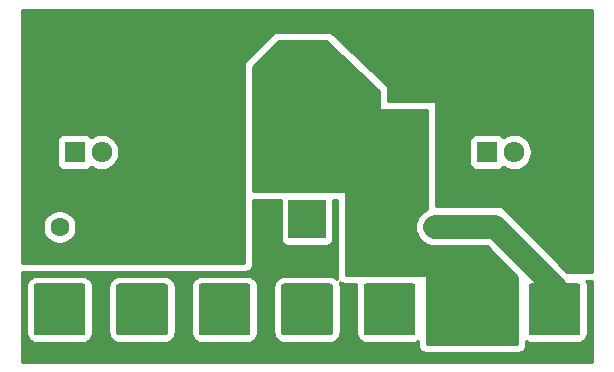
<source format=gbr>
%TF.GenerationSoftware,KiCad,Pcbnew,(5.1.6)-1*%
%TF.CreationDate,2020-08-02T10:54:23-04:00*%
%TF.ProjectId,Fogger_Power_CTRL,466f6767-6572-45f5-906f-7765725f4354,rev?*%
%TF.SameCoordinates,Original*%
%TF.FileFunction,Copper,L2,Bot*%
%TF.FilePolarity,Positive*%
%FSLAX46Y46*%
G04 Gerber Fmt 4.6, Leading zero omitted, Abs format (unit mm)*
G04 Created by KiCad (PCBNEW (5.1.6)-1) date 2020-08-02 10:54:23*
%MOMM*%
%LPD*%
G01*
G04 APERTURE LIST*
%TA.AperFunction,ComponentPad*%
%ADD10R,3.200000X3.200000*%
%TD*%
%TA.AperFunction,ComponentPad*%
%ADD11O,3.200000X3.200000*%
%TD*%
%TA.AperFunction,ComponentPad*%
%ADD12O,1.717500X1.800000*%
%TD*%
%TA.AperFunction,ComponentPad*%
%ADD13R,1.717500X1.800000*%
%TD*%
%TA.AperFunction,ComponentPad*%
%ADD14O,1.600000X1.600000*%
%TD*%
%TA.AperFunction,ComponentPad*%
%ADD15C,1.600000*%
%TD*%
%TA.AperFunction,Conductor*%
%ADD16C,2.000000*%
%TD*%
%TA.AperFunction,Conductor*%
%ADD17C,0.254000*%
%TD*%
%TA.AperFunction,NonConductor*%
%ADD18C,0.254000*%
%TD*%
G04 APERTURE END LIST*
D10*
%TO.P,D1,1*%
%TO.N,+BATT*%
X126365000Y-100330000D03*
D11*
%TO.P,D1,2*%
%TO.N,Net-(D1-Pad2)*%
X126365000Y-87630000D03*
%TD*%
%TO.P,J1,1*%
%TO.N,+BATT*%
%TA.AperFunction,ComponentPad*%
G36*
G01*
X124165000Y-109900001D02*
X124165000Y-105999999D01*
G75*
G02*
X124414999Y-105750000I249999J0D01*
G01*
X128315001Y-105750000D01*
G75*
G02*
X128565000Y-105999999I0J-249999D01*
G01*
X128565000Y-109900001D01*
G75*
G02*
X128315001Y-110150000I-249999J0D01*
G01*
X124414999Y-110150000D01*
G75*
G02*
X124165000Y-109900001I0J249999D01*
G01*
G37*
%TD.AperFunction*%
%TD*%
%TO.P,J2,1*%
%TO.N,GNDREF*%
%TA.AperFunction,ComponentPad*%
G36*
G01*
X133690000Y-89580001D02*
X133690000Y-85679999D01*
G75*
G02*
X133939999Y-85430000I249999J0D01*
G01*
X137840001Y-85430000D01*
G75*
G02*
X138090000Y-85679999I0J-249999D01*
G01*
X138090000Y-89580001D01*
G75*
G02*
X137840001Y-89830000I-249999J0D01*
G01*
X133939999Y-89830000D01*
G75*
G02*
X133690000Y-89580001I0J249999D01*
G01*
G37*
%TD.AperFunction*%
%TD*%
%TO.P,J3,1*%
%TO.N,GNDREF*%
%TA.AperFunction,ComponentPad*%
G36*
G01*
X114640000Y-89580001D02*
X114640000Y-85679999D01*
G75*
G02*
X114889999Y-85430000I249999J0D01*
G01*
X118790001Y-85430000D01*
G75*
G02*
X119040000Y-85679999I0J-249999D01*
G01*
X119040000Y-89580001D01*
G75*
G02*
X118790001Y-89830000I-249999J0D01*
G01*
X114889999Y-89830000D01*
G75*
G02*
X114640000Y-89580001I0J249999D01*
G01*
G37*
%TD.AperFunction*%
%TD*%
%TO.P,J4,1*%
%TO.N,Net-(J4-Pad1)*%
%TA.AperFunction,ComponentPad*%
G36*
G01*
X103210000Y-109900001D02*
X103210000Y-105999999D01*
G75*
G02*
X103459999Y-105750000I249999J0D01*
G01*
X107360001Y-105750000D01*
G75*
G02*
X107610000Y-105999999I0J-249999D01*
G01*
X107610000Y-109900001D01*
G75*
G02*
X107360001Y-110150000I-249999J0D01*
G01*
X103459999Y-110150000D01*
G75*
G02*
X103210000Y-109900001I0J249999D01*
G01*
G37*
%TD.AperFunction*%
%TD*%
%TO.P,J5,1*%
%TO.N,+BATT*%
%TA.AperFunction,ComponentPad*%
G36*
G01*
X117180000Y-109900001D02*
X117180000Y-105999999D01*
G75*
G02*
X117429999Y-105750000I249999J0D01*
G01*
X121330001Y-105750000D01*
G75*
G02*
X121580000Y-105999999I0J-249999D01*
G01*
X121580000Y-109900001D01*
G75*
G02*
X121330001Y-110150000I-249999J0D01*
G01*
X117429999Y-110150000D01*
G75*
G02*
X117180000Y-109900001I0J249999D01*
G01*
G37*
%TD.AperFunction*%
%TD*%
%TO.P,J6,1*%
%TO.N,Net-(J6-Pad1)*%
%TA.AperFunction,ComponentPad*%
G36*
G01*
X110195000Y-109900001D02*
X110195000Y-105999999D01*
G75*
G02*
X110444999Y-105750000I249999J0D01*
G01*
X114345001Y-105750000D01*
G75*
G02*
X114595000Y-105999999I0J-249999D01*
G01*
X114595000Y-109900001D01*
G75*
G02*
X114345001Y-110150000I-249999J0D01*
G01*
X110444999Y-110150000D01*
G75*
G02*
X110195000Y-109900001I0J249999D01*
G01*
G37*
%TD.AperFunction*%
%TD*%
%TO.P,J7,1*%
%TO.N,Net-(J7-Pad1)*%
%TA.AperFunction,ComponentPad*%
G36*
G01*
X145120000Y-109900001D02*
X145120000Y-105999999D01*
G75*
G02*
X145369999Y-105750000I249999J0D01*
G01*
X149270001Y-105750000D01*
G75*
G02*
X149520000Y-105999999I0J-249999D01*
G01*
X149520000Y-109900001D01*
G75*
G02*
X149270001Y-110150000I-249999J0D01*
G01*
X145369999Y-110150000D01*
G75*
G02*
X145120000Y-109900001I0J249999D01*
G01*
G37*
%TD.AperFunction*%
%TD*%
%TO.P,J8,1*%
%TO.N,+BATT*%
%TA.AperFunction,ComponentPad*%
G36*
G01*
X131150000Y-109900001D02*
X131150000Y-105999999D01*
G75*
G02*
X131399999Y-105750000I249999J0D01*
G01*
X135300001Y-105750000D01*
G75*
G02*
X135550000Y-105999999I0J-249999D01*
G01*
X135550000Y-109900001D01*
G75*
G02*
X135300001Y-110150000I-249999J0D01*
G01*
X131399999Y-110150000D01*
G75*
G02*
X131150000Y-109900001I0J249999D01*
G01*
G37*
%TD.AperFunction*%
%TD*%
%TO.P,J9,1*%
%TO.N,Net-(D1-Pad2)*%
%TA.AperFunction,ComponentPad*%
G36*
G01*
X138135000Y-109900001D02*
X138135000Y-105999999D01*
G75*
G02*
X138384999Y-105750000I249999J0D01*
G01*
X142285001Y-105750000D01*
G75*
G02*
X142535000Y-105999999I0J-249999D01*
G01*
X142535000Y-109900001D01*
G75*
G02*
X142285001Y-110150000I-249999J0D01*
G01*
X138384999Y-110150000D01*
G75*
G02*
X138135000Y-109900001I0J249999D01*
G01*
G37*
%TD.AperFunction*%
%TD*%
D12*
%TO.P,Q1,3*%
%TO.N,GNDREF*%
X111260000Y-94615000D03*
%TO.P,Q1,2*%
%TO.N,Net-(J6-Pad1)*%
X108970000Y-94615000D03*
D13*
%TO.P,Q1,1*%
%TO.N,Net-(J4-Pad1)*%
X106680000Y-94615000D03*
%TD*%
%TO.P,Q2,1*%
%TO.N,Net-(J7-Pad1)*%
X141605000Y-94615000D03*
D12*
%TO.P,Q2,2*%
%TO.N,Net-(D1-Pad2)*%
X143895000Y-94615000D03*
%TO.P,Q2,3*%
%TO.N,GNDREF*%
X146185000Y-94615000D03*
%TD*%
D14*
%TO.P,R1,2*%
%TO.N,GNDREF*%
X115570000Y-100965000D03*
D15*
%TO.P,R1,1*%
%TO.N,Net-(J4-Pad1)*%
X105410000Y-100965000D03*
%TD*%
%TO.P,R2,1*%
%TO.N,Net-(J7-Pad1)*%
X137160000Y-100965000D03*
D14*
%TO.P,R2,2*%
%TO.N,GNDREF*%
X147320000Y-100965000D03*
%TD*%
D16*
%TO.N,Net-(J7-Pad1)*%
X147320000Y-107950000D02*
X147320000Y-106045000D01*
X142240000Y-100965000D02*
X137160000Y-100965000D01*
X147320000Y-106045000D02*
X142240000Y-100965000D01*
%TD*%
D17*
%TO.N,Net-(D1-Pad2)*%
G36*
X132461000Y-89462743D02*
G01*
X132461000Y-90932000D01*
X132463440Y-90956776D01*
X132470667Y-90980601D01*
X132482403Y-91002557D01*
X132498197Y-91021803D01*
X132517443Y-91037597D01*
X132539399Y-91049333D01*
X132563224Y-91056560D01*
X132588000Y-91059000D01*
X136525000Y-91059000D01*
X136525000Y-99450507D01*
X136247248Y-99598969D01*
X135998286Y-99803286D01*
X135793969Y-100052248D01*
X135642148Y-100336285D01*
X135548657Y-100644484D01*
X135517089Y-100965000D01*
X135548657Y-101285516D01*
X135642148Y-101593715D01*
X135793969Y-101877752D01*
X135998286Y-102126714D01*
X136247248Y-102331031D01*
X136531285Y-102482852D01*
X136839484Y-102576343D01*
X137079678Y-102600000D01*
X141562762Y-102600000D01*
X144145000Y-105182239D01*
X144145000Y-110871000D01*
X136525000Y-110871000D01*
X136525000Y-105156000D01*
X136522560Y-105131224D01*
X136515333Y-105107399D01*
X136503597Y-105085443D01*
X136487803Y-105066197D01*
X136468557Y-105050403D01*
X136446601Y-105038667D01*
X136422776Y-105031440D01*
X136398000Y-105029000D01*
X129667000Y-105029000D01*
X129667000Y-98044000D01*
X129664560Y-98019224D01*
X129657333Y-97995399D01*
X129645597Y-97973443D01*
X129629803Y-97954197D01*
X129610557Y-97938403D01*
X129588601Y-97926667D01*
X129564776Y-97919440D01*
X129540000Y-97917000D01*
X121793000Y-97917000D01*
X121793000Y-87428606D01*
X124004606Y-85217000D01*
X127965507Y-85217000D01*
X132461000Y-89462743D01*
G37*
X132461000Y-89462743D02*
X132461000Y-90932000D01*
X132463440Y-90956776D01*
X132470667Y-90980601D01*
X132482403Y-91002557D01*
X132498197Y-91021803D01*
X132517443Y-91037597D01*
X132539399Y-91049333D01*
X132563224Y-91056560D01*
X132588000Y-91059000D01*
X136525000Y-91059000D01*
X136525000Y-99450507D01*
X136247248Y-99598969D01*
X135998286Y-99803286D01*
X135793969Y-100052248D01*
X135642148Y-100336285D01*
X135548657Y-100644484D01*
X135517089Y-100965000D01*
X135548657Y-101285516D01*
X135642148Y-101593715D01*
X135793969Y-101877752D01*
X135998286Y-102126714D01*
X136247248Y-102331031D01*
X136531285Y-102482852D01*
X136839484Y-102576343D01*
X137079678Y-102600000D01*
X141562762Y-102600000D01*
X144145000Y-105182239D01*
X144145000Y-110871000D01*
X136525000Y-110871000D01*
X136525000Y-105156000D01*
X136522560Y-105131224D01*
X136515333Y-105107399D01*
X136503597Y-105085443D01*
X136487803Y-105066197D01*
X136468557Y-105050403D01*
X136446601Y-105038667D01*
X136422776Y-105031440D01*
X136398000Y-105029000D01*
X129667000Y-105029000D01*
X129667000Y-98044000D01*
X129664560Y-98019224D01*
X129657333Y-97995399D01*
X129645597Y-97973443D01*
X129629803Y-97954197D01*
X129610557Y-97938403D01*
X129588601Y-97926667D01*
X129564776Y-97919440D01*
X129540000Y-97917000D01*
X121793000Y-97917000D01*
X121793000Y-87428606D01*
X124004606Y-85217000D01*
X127965507Y-85217000D01*
X132461000Y-89462743D01*
%TO.N,GNDREF*%
G36*
X150470001Y-104775000D02*
G01*
X148388606Y-104775000D01*
X142837803Y-99224197D01*
X142818557Y-99208403D01*
X142796601Y-99196667D01*
X142772776Y-99189440D01*
X142748000Y-99187000D01*
X137287000Y-99187000D01*
X137287000Y-93715000D01*
X140108178Y-93715000D01*
X140108178Y-95515000D01*
X140120438Y-95639482D01*
X140156748Y-95759180D01*
X140215713Y-95869494D01*
X140295065Y-95966185D01*
X140391756Y-96045537D01*
X140502070Y-96104502D01*
X140621768Y-96140812D01*
X140746250Y-96153072D01*
X142463750Y-96153072D01*
X142588232Y-96140812D01*
X142707930Y-96104502D01*
X142818244Y-96045537D01*
X142914935Y-95966185D01*
X142994287Y-95869494D01*
X143001741Y-95855550D01*
X143061103Y-95904267D01*
X143320602Y-96042972D01*
X143602175Y-96128386D01*
X143895000Y-96157227D01*
X144187826Y-96128386D01*
X144469399Y-96042972D01*
X144728898Y-95904267D01*
X144956351Y-95717601D01*
X145143017Y-95490147D01*
X145281722Y-95230648D01*
X145367136Y-94949075D01*
X145388750Y-94729626D01*
X145388750Y-94500373D01*
X145367136Y-94280924D01*
X145281722Y-93999351D01*
X145143017Y-93739852D01*
X144956351Y-93512399D01*
X144728897Y-93325733D01*
X144469398Y-93187028D01*
X144187825Y-93101614D01*
X143895000Y-93072773D01*
X143602174Y-93101614D01*
X143320601Y-93187028D01*
X143061102Y-93325733D01*
X143001740Y-93374450D01*
X142994287Y-93360506D01*
X142914935Y-93263815D01*
X142818244Y-93184463D01*
X142707930Y-93125498D01*
X142588232Y-93089188D01*
X142463750Y-93076928D01*
X140746250Y-93076928D01*
X140621768Y-93089188D01*
X140502070Y-93125498D01*
X140391756Y-93184463D01*
X140295065Y-93263815D01*
X140215713Y-93360506D01*
X140156748Y-93470820D01*
X140120438Y-93590518D01*
X140108178Y-93715000D01*
X137287000Y-93715000D01*
X137287000Y-90424000D01*
X137284560Y-90399224D01*
X137277333Y-90375399D01*
X137265597Y-90353443D01*
X137249803Y-90334197D01*
X137230557Y-90318403D01*
X137208601Y-90306667D01*
X137184776Y-90299440D01*
X137160000Y-90297000D01*
X133223000Y-90297000D01*
X133223000Y-89154000D01*
X133220560Y-89129224D01*
X133213333Y-89105399D01*
X133201597Y-89083443D01*
X133183344Y-89061804D01*
X128357344Y-84489804D01*
X128337679Y-84474536D01*
X128315413Y-84463397D01*
X128291402Y-84456816D01*
X128270000Y-84455000D01*
X123698000Y-84455000D01*
X123673224Y-84457440D01*
X123649399Y-84464667D01*
X123627443Y-84476403D01*
X123608197Y-84492197D01*
X121068197Y-87032197D01*
X121052403Y-87051443D01*
X121040667Y-87073399D01*
X121033440Y-87097224D01*
X121031000Y-87122000D01*
X121031000Y-104013000D01*
X102260000Y-104013000D01*
X102260000Y-100823665D01*
X103975000Y-100823665D01*
X103975000Y-101106335D01*
X104030147Y-101383574D01*
X104138320Y-101644727D01*
X104295363Y-101879759D01*
X104495241Y-102079637D01*
X104730273Y-102236680D01*
X104991426Y-102344853D01*
X105268665Y-102400000D01*
X105551335Y-102400000D01*
X105828574Y-102344853D01*
X106089727Y-102236680D01*
X106324759Y-102079637D01*
X106524637Y-101879759D01*
X106681680Y-101644727D01*
X106789853Y-101383574D01*
X106845000Y-101106335D01*
X106845000Y-100823665D01*
X106789853Y-100546426D01*
X106681680Y-100285273D01*
X106524637Y-100050241D01*
X106324759Y-99850363D01*
X106089727Y-99693320D01*
X105828574Y-99585147D01*
X105551335Y-99530000D01*
X105268665Y-99530000D01*
X104991426Y-99585147D01*
X104730273Y-99693320D01*
X104495241Y-99850363D01*
X104295363Y-100050241D01*
X104138320Y-100285273D01*
X104030147Y-100546426D01*
X103975000Y-100823665D01*
X102260000Y-100823665D01*
X102260000Y-93715000D01*
X105183178Y-93715000D01*
X105183178Y-95515000D01*
X105195438Y-95639482D01*
X105231748Y-95759180D01*
X105290713Y-95869494D01*
X105370065Y-95966185D01*
X105466756Y-96045537D01*
X105577070Y-96104502D01*
X105696768Y-96140812D01*
X105821250Y-96153072D01*
X107538750Y-96153072D01*
X107663232Y-96140812D01*
X107782930Y-96104502D01*
X107893244Y-96045537D01*
X107989935Y-95966185D01*
X108069287Y-95869494D01*
X108076741Y-95855550D01*
X108136103Y-95904267D01*
X108395602Y-96042972D01*
X108677175Y-96128386D01*
X108970000Y-96157227D01*
X109262826Y-96128386D01*
X109544399Y-96042972D01*
X109803898Y-95904267D01*
X110031351Y-95717601D01*
X110218017Y-95490147D01*
X110356722Y-95230648D01*
X110442136Y-94949075D01*
X110463750Y-94729626D01*
X110463750Y-94500373D01*
X110442136Y-94280924D01*
X110356722Y-93999351D01*
X110218017Y-93739852D01*
X110031351Y-93512399D01*
X109803897Y-93325733D01*
X109544398Y-93187028D01*
X109262825Y-93101614D01*
X108970000Y-93072773D01*
X108677174Y-93101614D01*
X108395601Y-93187028D01*
X108136102Y-93325733D01*
X108076740Y-93374450D01*
X108069287Y-93360506D01*
X107989935Y-93263815D01*
X107893244Y-93184463D01*
X107782930Y-93125498D01*
X107663232Y-93089188D01*
X107538750Y-93076928D01*
X105821250Y-93076928D01*
X105696768Y-93089188D01*
X105577070Y-93125498D01*
X105466756Y-93184463D01*
X105370065Y-93263815D01*
X105290713Y-93360506D01*
X105231748Y-93470820D01*
X105195438Y-93590518D01*
X105183178Y-93715000D01*
X102260000Y-93715000D01*
X102260000Y-82575000D01*
X150470000Y-82575000D01*
X150470001Y-104775000D01*
G37*
X150470001Y-104775000D02*
X148388606Y-104775000D01*
X142837803Y-99224197D01*
X142818557Y-99208403D01*
X142796601Y-99196667D01*
X142772776Y-99189440D01*
X142748000Y-99187000D01*
X137287000Y-99187000D01*
X137287000Y-93715000D01*
X140108178Y-93715000D01*
X140108178Y-95515000D01*
X140120438Y-95639482D01*
X140156748Y-95759180D01*
X140215713Y-95869494D01*
X140295065Y-95966185D01*
X140391756Y-96045537D01*
X140502070Y-96104502D01*
X140621768Y-96140812D01*
X140746250Y-96153072D01*
X142463750Y-96153072D01*
X142588232Y-96140812D01*
X142707930Y-96104502D01*
X142818244Y-96045537D01*
X142914935Y-95966185D01*
X142994287Y-95869494D01*
X143001741Y-95855550D01*
X143061103Y-95904267D01*
X143320602Y-96042972D01*
X143602175Y-96128386D01*
X143895000Y-96157227D01*
X144187826Y-96128386D01*
X144469399Y-96042972D01*
X144728898Y-95904267D01*
X144956351Y-95717601D01*
X145143017Y-95490147D01*
X145281722Y-95230648D01*
X145367136Y-94949075D01*
X145388750Y-94729626D01*
X145388750Y-94500373D01*
X145367136Y-94280924D01*
X145281722Y-93999351D01*
X145143017Y-93739852D01*
X144956351Y-93512399D01*
X144728897Y-93325733D01*
X144469398Y-93187028D01*
X144187825Y-93101614D01*
X143895000Y-93072773D01*
X143602174Y-93101614D01*
X143320601Y-93187028D01*
X143061102Y-93325733D01*
X143001740Y-93374450D01*
X142994287Y-93360506D01*
X142914935Y-93263815D01*
X142818244Y-93184463D01*
X142707930Y-93125498D01*
X142588232Y-93089188D01*
X142463750Y-93076928D01*
X140746250Y-93076928D01*
X140621768Y-93089188D01*
X140502070Y-93125498D01*
X140391756Y-93184463D01*
X140295065Y-93263815D01*
X140215713Y-93360506D01*
X140156748Y-93470820D01*
X140120438Y-93590518D01*
X140108178Y-93715000D01*
X137287000Y-93715000D01*
X137287000Y-90424000D01*
X137284560Y-90399224D01*
X137277333Y-90375399D01*
X137265597Y-90353443D01*
X137249803Y-90334197D01*
X137230557Y-90318403D01*
X137208601Y-90306667D01*
X137184776Y-90299440D01*
X137160000Y-90297000D01*
X133223000Y-90297000D01*
X133223000Y-89154000D01*
X133220560Y-89129224D01*
X133213333Y-89105399D01*
X133201597Y-89083443D01*
X133183344Y-89061804D01*
X128357344Y-84489804D01*
X128337679Y-84474536D01*
X128315413Y-84463397D01*
X128291402Y-84456816D01*
X128270000Y-84455000D01*
X123698000Y-84455000D01*
X123673224Y-84457440D01*
X123649399Y-84464667D01*
X123627443Y-84476403D01*
X123608197Y-84492197D01*
X121068197Y-87032197D01*
X121052403Y-87051443D01*
X121040667Y-87073399D01*
X121033440Y-87097224D01*
X121031000Y-87122000D01*
X121031000Y-104013000D01*
X102260000Y-104013000D01*
X102260000Y-100823665D01*
X103975000Y-100823665D01*
X103975000Y-101106335D01*
X104030147Y-101383574D01*
X104138320Y-101644727D01*
X104295363Y-101879759D01*
X104495241Y-102079637D01*
X104730273Y-102236680D01*
X104991426Y-102344853D01*
X105268665Y-102400000D01*
X105551335Y-102400000D01*
X105828574Y-102344853D01*
X106089727Y-102236680D01*
X106324759Y-102079637D01*
X106524637Y-101879759D01*
X106681680Y-101644727D01*
X106789853Y-101383574D01*
X106845000Y-101106335D01*
X106845000Y-100823665D01*
X106789853Y-100546426D01*
X106681680Y-100285273D01*
X106524637Y-100050241D01*
X106324759Y-99850363D01*
X106089727Y-99693320D01*
X105828574Y-99585147D01*
X105551335Y-99530000D01*
X105268665Y-99530000D01*
X104991426Y-99585147D01*
X104730273Y-99693320D01*
X104495241Y-99850363D01*
X104295363Y-100050241D01*
X104138320Y-100285273D01*
X104030147Y-100546426D01*
X103975000Y-100823665D01*
X102260000Y-100823665D01*
X102260000Y-93715000D01*
X105183178Y-93715000D01*
X105183178Y-95515000D01*
X105195438Y-95639482D01*
X105231748Y-95759180D01*
X105290713Y-95869494D01*
X105370065Y-95966185D01*
X105466756Y-96045537D01*
X105577070Y-96104502D01*
X105696768Y-96140812D01*
X105821250Y-96153072D01*
X107538750Y-96153072D01*
X107663232Y-96140812D01*
X107782930Y-96104502D01*
X107893244Y-96045537D01*
X107989935Y-95966185D01*
X108069287Y-95869494D01*
X108076741Y-95855550D01*
X108136103Y-95904267D01*
X108395602Y-96042972D01*
X108677175Y-96128386D01*
X108970000Y-96157227D01*
X109262826Y-96128386D01*
X109544399Y-96042972D01*
X109803898Y-95904267D01*
X110031351Y-95717601D01*
X110218017Y-95490147D01*
X110356722Y-95230648D01*
X110442136Y-94949075D01*
X110463750Y-94729626D01*
X110463750Y-94500373D01*
X110442136Y-94280924D01*
X110356722Y-93999351D01*
X110218017Y-93739852D01*
X110031351Y-93512399D01*
X109803897Y-93325733D01*
X109544398Y-93187028D01*
X109262825Y-93101614D01*
X108970000Y-93072773D01*
X108677174Y-93101614D01*
X108395601Y-93187028D01*
X108136102Y-93325733D01*
X108076740Y-93374450D01*
X108069287Y-93360506D01*
X107989935Y-93263815D01*
X107893244Y-93184463D01*
X107782930Y-93125498D01*
X107663232Y-93089188D01*
X107538750Y-93076928D01*
X105821250Y-93076928D01*
X105696768Y-93089188D01*
X105577070Y-93125498D01*
X105466756Y-93184463D01*
X105370065Y-93263815D01*
X105290713Y-93360506D01*
X105231748Y-93470820D01*
X105195438Y-93590518D01*
X105183178Y-93715000D01*
X102260000Y-93715000D01*
X102260000Y-82575000D01*
X150470000Y-82575000D01*
X150470001Y-104775000D01*
D18*
G36*
X124126928Y-98730000D02*
G01*
X124126928Y-101930000D01*
X124139188Y-102054482D01*
X124175498Y-102174180D01*
X124234463Y-102284494D01*
X124313815Y-102381185D01*
X124410506Y-102460537D01*
X124520820Y-102519502D01*
X124640518Y-102555812D01*
X124765000Y-102568072D01*
X127965000Y-102568072D01*
X128089482Y-102555812D01*
X128209180Y-102519502D01*
X128319494Y-102460537D01*
X128416185Y-102381185D01*
X128495537Y-102284494D01*
X128554502Y-102174180D01*
X128590812Y-102054482D01*
X128603072Y-101930000D01*
X128603072Y-98730000D01*
X128598049Y-98679000D01*
X128905000Y-98679000D01*
X128905000Y-105156000D01*
X128917201Y-105279882D01*
X128946442Y-105376279D01*
X128942962Y-105372038D01*
X128808387Y-105261595D01*
X128654851Y-105179528D01*
X128488255Y-105128992D01*
X128315001Y-105111928D01*
X124414999Y-105111928D01*
X124241745Y-105128992D01*
X124075149Y-105179528D01*
X123921613Y-105261595D01*
X123787038Y-105372038D01*
X123676595Y-105506613D01*
X123594528Y-105660149D01*
X123543992Y-105826745D01*
X123526928Y-105999999D01*
X123526928Y-109900001D01*
X123543992Y-110073255D01*
X123594528Y-110239851D01*
X123676595Y-110393387D01*
X123787038Y-110527962D01*
X123921613Y-110638405D01*
X124075149Y-110720472D01*
X124241745Y-110771008D01*
X124414999Y-110788072D01*
X128315001Y-110788072D01*
X128488255Y-110771008D01*
X128654851Y-110720472D01*
X128808387Y-110638405D01*
X128942962Y-110527962D01*
X129053405Y-110393387D01*
X129135472Y-110239851D01*
X129186008Y-110073255D01*
X129203072Y-109900001D01*
X129203072Y-105999999D01*
X129186008Y-105826745D01*
X129135472Y-105660149D01*
X129117734Y-105626963D01*
X129187213Y-105683983D01*
X129296996Y-105742664D01*
X129416118Y-105778799D01*
X129540000Y-105791000D01*
X130539835Y-105791000D01*
X130528992Y-105826745D01*
X130511928Y-105999999D01*
X130511928Y-109900001D01*
X130528992Y-110073255D01*
X130579528Y-110239851D01*
X130661595Y-110393387D01*
X130772038Y-110527962D01*
X130906613Y-110638405D01*
X131060149Y-110720472D01*
X131226745Y-110771008D01*
X131399999Y-110788072D01*
X135300001Y-110788072D01*
X135473255Y-110771008D01*
X135639851Y-110720472D01*
X135763000Y-110654647D01*
X135763000Y-110998000D01*
X135775201Y-111121882D01*
X135811336Y-111241004D01*
X135870017Y-111350787D01*
X135948987Y-111447013D01*
X136045213Y-111525983D01*
X136154996Y-111584664D01*
X136274118Y-111620799D01*
X136398000Y-111633000D01*
X144272000Y-111633000D01*
X144395882Y-111620799D01*
X144515004Y-111584664D01*
X144624787Y-111525983D01*
X144721013Y-111447013D01*
X144799983Y-111350787D01*
X144858664Y-111241004D01*
X144894799Y-111121882D01*
X144907000Y-110998000D01*
X144907000Y-110654647D01*
X145030149Y-110720472D01*
X145196745Y-110771008D01*
X145369999Y-110788072D01*
X149270001Y-110788072D01*
X149443255Y-110771008D01*
X149609851Y-110720472D01*
X149763387Y-110638405D01*
X149897962Y-110527962D01*
X150008405Y-110393387D01*
X150090472Y-110239851D01*
X150141008Y-110073255D01*
X150158072Y-109900001D01*
X150158072Y-105999999D01*
X150141008Y-105826745D01*
X150090472Y-105660149D01*
X150024647Y-105537000D01*
X150470001Y-105537000D01*
X150470001Y-112370000D01*
X102260000Y-112370000D01*
X102260000Y-105999999D01*
X102571928Y-105999999D01*
X102571928Y-109900001D01*
X102588992Y-110073255D01*
X102639528Y-110239851D01*
X102721595Y-110393387D01*
X102832038Y-110527962D01*
X102966613Y-110638405D01*
X103120149Y-110720472D01*
X103286745Y-110771008D01*
X103459999Y-110788072D01*
X107360001Y-110788072D01*
X107533255Y-110771008D01*
X107699851Y-110720472D01*
X107853387Y-110638405D01*
X107987962Y-110527962D01*
X108098405Y-110393387D01*
X108180472Y-110239851D01*
X108231008Y-110073255D01*
X108248072Y-109900001D01*
X108248072Y-105999999D01*
X109556928Y-105999999D01*
X109556928Y-109900001D01*
X109573992Y-110073255D01*
X109624528Y-110239851D01*
X109706595Y-110393387D01*
X109817038Y-110527962D01*
X109951613Y-110638405D01*
X110105149Y-110720472D01*
X110271745Y-110771008D01*
X110444999Y-110788072D01*
X114345001Y-110788072D01*
X114518255Y-110771008D01*
X114684851Y-110720472D01*
X114838387Y-110638405D01*
X114972962Y-110527962D01*
X115083405Y-110393387D01*
X115165472Y-110239851D01*
X115216008Y-110073255D01*
X115233072Y-109900001D01*
X115233072Y-105999999D01*
X116541928Y-105999999D01*
X116541928Y-109900001D01*
X116558992Y-110073255D01*
X116609528Y-110239851D01*
X116691595Y-110393387D01*
X116802038Y-110527962D01*
X116936613Y-110638405D01*
X117090149Y-110720472D01*
X117256745Y-110771008D01*
X117429999Y-110788072D01*
X121330001Y-110788072D01*
X121503255Y-110771008D01*
X121669851Y-110720472D01*
X121823387Y-110638405D01*
X121957962Y-110527962D01*
X122068405Y-110393387D01*
X122150472Y-110239851D01*
X122201008Y-110073255D01*
X122218072Y-109900001D01*
X122218072Y-105999999D01*
X122201008Y-105826745D01*
X122150472Y-105660149D01*
X122068405Y-105506613D01*
X121957962Y-105372038D01*
X121823387Y-105261595D01*
X121669851Y-105179528D01*
X121503255Y-105128992D01*
X121330001Y-105111928D01*
X117429999Y-105111928D01*
X117256745Y-105128992D01*
X117090149Y-105179528D01*
X116936613Y-105261595D01*
X116802038Y-105372038D01*
X116691595Y-105506613D01*
X116609528Y-105660149D01*
X116558992Y-105826745D01*
X116541928Y-105999999D01*
X115233072Y-105999999D01*
X115216008Y-105826745D01*
X115165472Y-105660149D01*
X115083405Y-105506613D01*
X114972962Y-105372038D01*
X114838387Y-105261595D01*
X114684851Y-105179528D01*
X114518255Y-105128992D01*
X114345001Y-105111928D01*
X110444999Y-105111928D01*
X110271745Y-105128992D01*
X110105149Y-105179528D01*
X109951613Y-105261595D01*
X109817038Y-105372038D01*
X109706595Y-105506613D01*
X109624528Y-105660149D01*
X109573992Y-105826745D01*
X109556928Y-105999999D01*
X108248072Y-105999999D01*
X108231008Y-105826745D01*
X108180472Y-105660149D01*
X108098405Y-105506613D01*
X107987962Y-105372038D01*
X107853387Y-105261595D01*
X107699851Y-105179528D01*
X107533255Y-105128992D01*
X107360001Y-105111928D01*
X103459999Y-105111928D01*
X103286745Y-105128992D01*
X103120149Y-105179528D01*
X102966613Y-105261595D01*
X102832038Y-105372038D01*
X102721595Y-105506613D01*
X102639528Y-105660149D01*
X102588992Y-105826745D01*
X102571928Y-105999999D01*
X102260000Y-105999999D01*
X102260000Y-104775000D01*
X121158000Y-104775000D01*
X121281882Y-104762799D01*
X121401004Y-104726664D01*
X121510787Y-104667983D01*
X121607013Y-104589013D01*
X121685983Y-104492787D01*
X121744664Y-104383004D01*
X121780799Y-104263882D01*
X121793000Y-104140000D01*
X121793000Y-98679000D01*
X124131951Y-98679000D01*
X124126928Y-98730000D01*
G37*
X124126928Y-98730000D02*
X124126928Y-101930000D01*
X124139188Y-102054482D01*
X124175498Y-102174180D01*
X124234463Y-102284494D01*
X124313815Y-102381185D01*
X124410506Y-102460537D01*
X124520820Y-102519502D01*
X124640518Y-102555812D01*
X124765000Y-102568072D01*
X127965000Y-102568072D01*
X128089482Y-102555812D01*
X128209180Y-102519502D01*
X128319494Y-102460537D01*
X128416185Y-102381185D01*
X128495537Y-102284494D01*
X128554502Y-102174180D01*
X128590812Y-102054482D01*
X128603072Y-101930000D01*
X128603072Y-98730000D01*
X128598049Y-98679000D01*
X128905000Y-98679000D01*
X128905000Y-105156000D01*
X128917201Y-105279882D01*
X128946442Y-105376279D01*
X128942962Y-105372038D01*
X128808387Y-105261595D01*
X128654851Y-105179528D01*
X128488255Y-105128992D01*
X128315001Y-105111928D01*
X124414999Y-105111928D01*
X124241745Y-105128992D01*
X124075149Y-105179528D01*
X123921613Y-105261595D01*
X123787038Y-105372038D01*
X123676595Y-105506613D01*
X123594528Y-105660149D01*
X123543992Y-105826745D01*
X123526928Y-105999999D01*
X123526928Y-109900001D01*
X123543992Y-110073255D01*
X123594528Y-110239851D01*
X123676595Y-110393387D01*
X123787038Y-110527962D01*
X123921613Y-110638405D01*
X124075149Y-110720472D01*
X124241745Y-110771008D01*
X124414999Y-110788072D01*
X128315001Y-110788072D01*
X128488255Y-110771008D01*
X128654851Y-110720472D01*
X128808387Y-110638405D01*
X128942962Y-110527962D01*
X129053405Y-110393387D01*
X129135472Y-110239851D01*
X129186008Y-110073255D01*
X129203072Y-109900001D01*
X129203072Y-105999999D01*
X129186008Y-105826745D01*
X129135472Y-105660149D01*
X129117734Y-105626963D01*
X129187213Y-105683983D01*
X129296996Y-105742664D01*
X129416118Y-105778799D01*
X129540000Y-105791000D01*
X130539835Y-105791000D01*
X130528992Y-105826745D01*
X130511928Y-105999999D01*
X130511928Y-109900001D01*
X130528992Y-110073255D01*
X130579528Y-110239851D01*
X130661595Y-110393387D01*
X130772038Y-110527962D01*
X130906613Y-110638405D01*
X131060149Y-110720472D01*
X131226745Y-110771008D01*
X131399999Y-110788072D01*
X135300001Y-110788072D01*
X135473255Y-110771008D01*
X135639851Y-110720472D01*
X135763000Y-110654647D01*
X135763000Y-110998000D01*
X135775201Y-111121882D01*
X135811336Y-111241004D01*
X135870017Y-111350787D01*
X135948987Y-111447013D01*
X136045213Y-111525983D01*
X136154996Y-111584664D01*
X136274118Y-111620799D01*
X136398000Y-111633000D01*
X144272000Y-111633000D01*
X144395882Y-111620799D01*
X144515004Y-111584664D01*
X144624787Y-111525983D01*
X144721013Y-111447013D01*
X144799983Y-111350787D01*
X144858664Y-111241004D01*
X144894799Y-111121882D01*
X144907000Y-110998000D01*
X144907000Y-110654647D01*
X145030149Y-110720472D01*
X145196745Y-110771008D01*
X145369999Y-110788072D01*
X149270001Y-110788072D01*
X149443255Y-110771008D01*
X149609851Y-110720472D01*
X149763387Y-110638405D01*
X149897962Y-110527962D01*
X150008405Y-110393387D01*
X150090472Y-110239851D01*
X150141008Y-110073255D01*
X150158072Y-109900001D01*
X150158072Y-105999999D01*
X150141008Y-105826745D01*
X150090472Y-105660149D01*
X150024647Y-105537000D01*
X150470001Y-105537000D01*
X150470001Y-112370000D01*
X102260000Y-112370000D01*
X102260000Y-105999999D01*
X102571928Y-105999999D01*
X102571928Y-109900001D01*
X102588992Y-110073255D01*
X102639528Y-110239851D01*
X102721595Y-110393387D01*
X102832038Y-110527962D01*
X102966613Y-110638405D01*
X103120149Y-110720472D01*
X103286745Y-110771008D01*
X103459999Y-110788072D01*
X107360001Y-110788072D01*
X107533255Y-110771008D01*
X107699851Y-110720472D01*
X107853387Y-110638405D01*
X107987962Y-110527962D01*
X108098405Y-110393387D01*
X108180472Y-110239851D01*
X108231008Y-110073255D01*
X108248072Y-109900001D01*
X108248072Y-105999999D01*
X109556928Y-105999999D01*
X109556928Y-109900001D01*
X109573992Y-110073255D01*
X109624528Y-110239851D01*
X109706595Y-110393387D01*
X109817038Y-110527962D01*
X109951613Y-110638405D01*
X110105149Y-110720472D01*
X110271745Y-110771008D01*
X110444999Y-110788072D01*
X114345001Y-110788072D01*
X114518255Y-110771008D01*
X114684851Y-110720472D01*
X114838387Y-110638405D01*
X114972962Y-110527962D01*
X115083405Y-110393387D01*
X115165472Y-110239851D01*
X115216008Y-110073255D01*
X115233072Y-109900001D01*
X115233072Y-105999999D01*
X116541928Y-105999999D01*
X116541928Y-109900001D01*
X116558992Y-110073255D01*
X116609528Y-110239851D01*
X116691595Y-110393387D01*
X116802038Y-110527962D01*
X116936613Y-110638405D01*
X117090149Y-110720472D01*
X117256745Y-110771008D01*
X117429999Y-110788072D01*
X121330001Y-110788072D01*
X121503255Y-110771008D01*
X121669851Y-110720472D01*
X121823387Y-110638405D01*
X121957962Y-110527962D01*
X122068405Y-110393387D01*
X122150472Y-110239851D01*
X122201008Y-110073255D01*
X122218072Y-109900001D01*
X122218072Y-105999999D01*
X122201008Y-105826745D01*
X122150472Y-105660149D01*
X122068405Y-105506613D01*
X121957962Y-105372038D01*
X121823387Y-105261595D01*
X121669851Y-105179528D01*
X121503255Y-105128992D01*
X121330001Y-105111928D01*
X117429999Y-105111928D01*
X117256745Y-105128992D01*
X117090149Y-105179528D01*
X116936613Y-105261595D01*
X116802038Y-105372038D01*
X116691595Y-105506613D01*
X116609528Y-105660149D01*
X116558992Y-105826745D01*
X116541928Y-105999999D01*
X115233072Y-105999999D01*
X115216008Y-105826745D01*
X115165472Y-105660149D01*
X115083405Y-105506613D01*
X114972962Y-105372038D01*
X114838387Y-105261595D01*
X114684851Y-105179528D01*
X114518255Y-105128992D01*
X114345001Y-105111928D01*
X110444999Y-105111928D01*
X110271745Y-105128992D01*
X110105149Y-105179528D01*
X109951613Y-105261595D01*
X109817038Y-105372038D01*
X109706595Y-105506613D01*
X109624528Y-105660149D01*
X109573992Y-105826745D01*
X109556928Y-105999999D01*
X108248072Y-105999999D01*
X108231008Y-105826745D01*
X108180472Y-105660149D01*
X108098405Y-105506613D01*
X107987962Y-105372038D01*
X107853387Y-105261595D01*
X107699851Y-105179528D01*
X107533255Y-105128992D01*
X107360001Y-105111928D01*
X103459999Y-105111928D01*
X103286745Y-105128992D01*
X103120149Y-105179528D01*
X102966613Y-105261595D01*
X102832038Y-105372038D01*
X102721595Y-105506613D01*
X102639528Y-105660149D01*
X102588992Y-105826745D01*
X102571928Y-105999999D01*
X102260000Y-105999999D01*
X102260000Y-104775000D01*
X121158000Y-104775000D01*
X121281882Y-104762799D01*
X121401004Y-104726664D01*
X121510787Y-104667983D01*
X121607013Y-104589013D01*
X121685983Y-104492787D01*
X121744664Y-104383004D01*
X121780799Y-104263882D01*
X121793000Y-104140000D01*
X121793000Y-98679000D01*
X124131951Y-98679000D01*
X124126928Y-98730000D01*
%TD*%
M02*

</source>
